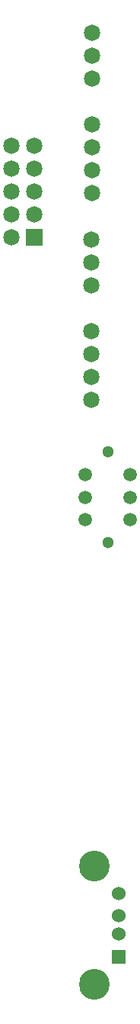
<source format=gbr>
%TF.GenerationSoftware,KiCad,Pcbnew,(5.1.6-0-10_14)*%
%TF.CreationDate,2020-12-25T20:14:25+01:00*%
%TF.ProjectId,USBPowerSupplyEurorack,55534250-6f77-4657-9253-7570706c7945,rev?*%
%TF.SameCoordinates,Original*%
%TF.FileFunction,Soldermask,Bot*%
%TF.FilePolarity,Negative*%
%FSLAX46Y46*%
G04 Gerber Fmt 4.6, Leading zero omitted, Abs format (unit mm)*
G04 Created by KiCad (PCBNEW (5.1.6-0-10_14)) date 2020-12-25 20:14:25*
%MOMM*%
%LPD*%
G01*
G04 APERTURE LIST*
%ADD10R,1.825000X1.825000*%
%ADD11C,1.825000*%
%ADD12R,1.528000X1.528000*%
%ADD13C,1.528000*%
%ADD14C,3.416000*%
%ADD15C,1.500000*%
%ADD16C,1.300000*%
G04 APERTURE END LIST*
D10*
%TO.C,J2*%
X132800000Y-72925000D03*
D11*
X130260000Y-72925000D03*
X132800000Y-70385000D03*
X130260000Y-70385000D03*
X132800000Y-67845000D03*
X130260000Y-67845000D03*
X132800000Y-65305000D03*
X130260000Y-65305000D03*
X132800000Y-62765000D03*
X130260000Y-62765000D03*
%TD*%
D12*
%TO.C,J1*%
X142175000Y-152750000D03*
D13*
X142175000Y-150250000D03*
X142175000Y-148250000D03*
X142175000Y-145750000D03*
D14*
X139465000Y-155820000D03*
X139465000Y-142680000D03*
%TD*%
D11*
%TO.C,PS1*%
X139150000Y-73175000D03*
X139150000Y-75715000D03*
X139150000Y-78255000D03*
X139150000Y-83335000D03*
X139150000Y-85875000D03*
X139150000Y-88415000D03*
X139150000Y-90955000D03*
%TD*%
%TO.C,PS2*%
X139200000Y-68030000D03*
X139200000Y-65490000D03*
X139200000Y-62950000D03*
X139200000Y-60410000D03*
X139200000Y-55330000D03*
X139200000Y-52790000D03*
X139200000Y-50250000D03*
%TD*%
D15*
%TO.C,S1*%
X138475000Y-104275000D03*
X138475000Y-101775000D03*
X138475000Y-99275000D03*
X143475000Y-104275000D03*
X143475000Y-101775000D03*
X143475000Y-99275000D03*
D16*
X140975000Y-106775000D03*
X140975000Y-96775000D03*
%TD*%
M02*

</source>
